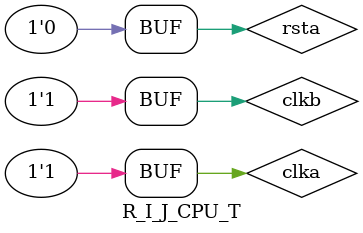
<source format=v>
`timescale 1ns / 1ps


module R_I_J_CPU_T;

	// Inputs
	reg clka;
	reg clkb;
	reg rsta;

	// Outputs
	wire ofa;
	wire zfa;
	wire [31:0] douta;

	// Instantiate the Unit Under Test (UUT)
	R_I_J_CPU uut (
		.clka(clka), 
		.clkb(clkb), 
		.rsta(rsta), 
		.ofa(ofa), 
		.zfa(zfa), 
		.douta(douta)
	);

	initial begin
		// Initialize Inputs
		clka = 0;
		clkb = 0;
		rsta = 0;

		// Wait 100 ns for global reset to finish
		#100;
        
		// Add stimulus here
    clka = 1;
    #100;
    clka = 0;
    #100;
    clka = 1;
    #100;
    clka = 0;
    #100;
    clka = 1;
    #100;
    clka = 0;
    #100;
    clka = 1;
    #100;
    clka = 0;
    #100;
    clka = 1;
    #100;
    clka = 0;
    #100;
    clka = 1;
	end
  
  always @(*) begin
    clkb = 0;
    #1 clkb = ~clkb;
    #1;
  end
endmodule


</source>
